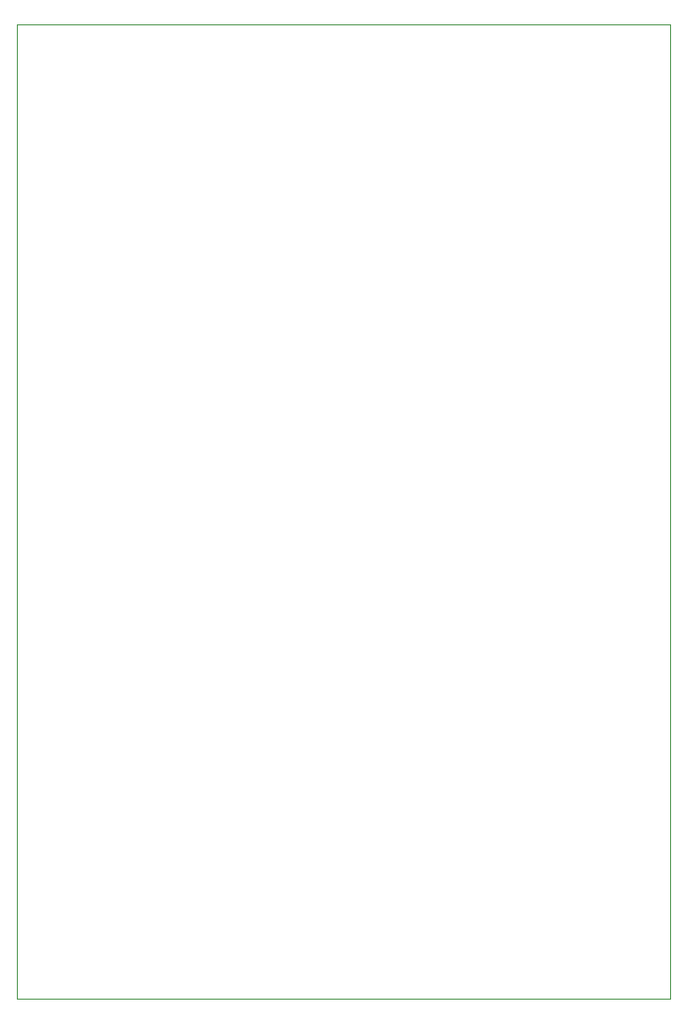
<source format=gbr>
%TF.GenerationSoftware,KiCad,Pcbnew,(6.0.5)*%
%TF.CreationDate,2022-06-16T01:18:26+03:00*%
%TF.ProjectId,P2_Neata_Adrian+Radulescu,50325f4e-6561-4746-915f-41647269616e,rev?*%
%TF.SameCoordinates,Original*%
%TF.FileFunction,Profile,NP*%
%FSLAX46Y46*%
G04 Gerber Fmt 4.6, Leading zero omitted, Abs format (unit mm)*
G04 Created by KiCad (PCBNEW (6.0.5)) date 2022-06-16 01:18:26*
%MOMM*%
%LPD*%
G01*
G04 APERTURE LIST*
%TA.AperFunction,Profile*%
%ADD10C,0.100000*%
%TD*%
G04 APERTURE END LIST*
D10*
X96000000Y-43000000D02*
X96000000Y-131000000D01*
X37000000Y-131000000D02*
X37000000Y-43000000D01*
X96000000Y-131000000D02*
X37000000Y-131000000D01*
X37000000Y-43000000D02*
X96000000Y-43000000D01*
M02*

</source>
